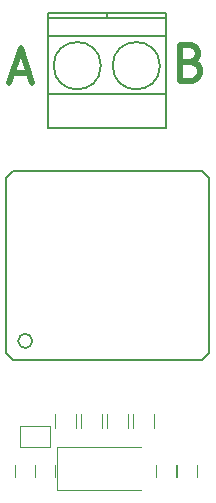
<source format=gto>
G04 #@! TF.FileFunction,Legend,Top*
%FSLAX46Y46*%
G04 Gerber Fmt 4.6, Leading zero omitted, Abs format (unit mm)*
G04 Created by KiCad (PCBNEW 4.0.6+dfsg1-1) date Thu Mar 15 12:50:15 2018*
%MOMM*%
%LPD*%
G01*
G04 APERTURE LIST*
%ADD10C,0.100000*%
%ADD11C,0.500000*%
%ADD12C,0.150000*%
%ADD13C,0.120000*%
%ADD14C,0.203200*%
G04 APERTURE END LIST*
D10*
D11*
X135464286Y-44785714D02*
X135892857Y-44928571D01*
X136035714Y-45071429D01*
X136178571Y-45357143D01*
X136178571Y-45785714D01*
X136035714Y-46071429D01*
X135892857Y-46214286D01*
X135607143Y-46357143D01*
X134464286Y-46357143D01*
X134464286Y-43357143D01*
X135464286Y-43357143D01*
X135750000Y-43500000D01*
X135892857Y-43642857D01*
X136035714Y-43928571D01*
X136035714Y-44214286D01*
X135892857Y-44500000D01*
X135750000Y-44642857D01*
X135464286Y-44785714D01*
X134464286Y-44785714D01*
X121714285Y-45750000D02*
X120285714Y-45750000D01*
X122000000Y-46607143D02*
X121000000Y-43607143D01*
X120000000Y-46607143D01*
D12*
X128300000Y-41100000D02*
X128300000Y-40600000D01*
X127800000Y-45100000D02*
G75*
G03X127800000Y-45100000I-2000000J0D01*
G01*
X132800000Y-45100000D02*
G75*
G03X132800000Y-45100000I-2000000J0D01*
G01*
X133300000Y-42600000D02*
X123300000Y-42600000D01*
X133300000Y-47500000D02*
X123300000Y-47500000D01*
X133300000Y-41100000D02*
X123300000Y-41100000D01*
X133300000Y-40600000D02*
X123300000Y-40600000D01*
X123300000Y-40600000D02*
X123300000Y-50400000D01*
X123300000Y-50400000D02*
X133300000Y-50400000D01*
X133300000Y-50400000D02*
X133300000Y-40600000D01*
D13*
X126120000Y-75800000D02*
X126120000Y-74600000D01*
X127880000Y-74600000D02*
X127880000Y-75800000D01*
X123920000Y-75800000D02*
X123920000Y-74600000D01*
X125680000Y-74600000D02*
X125680000Y-75800000D01*
X130520000Y-75800000D02*
X130520000Y-74600000D01*
X132280000Y-74600000D02*
X132280000Y-75800000D01*
X128320000Y-75800000D02*
X128320000Y-74600000D01*
X130080000Y-74600000D02*
X130080000Y-75800000D01*
D14*
X120400000Y-54000000D02*
X136400000Y-54000000D01*
X120400000Y-70000000D02*
X136400000Y-70000000D01*
X119800000Y-54600000D02*
X120400000Y-54000000D01*
X137000000Y-54600000D02*
X136400000Y-54000000D01*
X137000000Y-54600000D02*
X137000000Y-69400000D01*
X137000000Y-69400000D02*
X136400000Y-70000000D01*
X119800000Y-54600000D02*
X119800000Y-69400000D01*
X119800000Y-69400000D02*
X120400000Y-70000000D01*
X122000000Y-68400000D02*
G75*
G03X122000000Y-68400000I-600000J0D01*
G01*
D13*
X122250000Y-78900000D02*
X122250000Y-79900000D01*
X123950000Y-79900000D02*
X123950000Y-78900000D01*
X120550000Y-78900000D02*
X120550000Y-79900000D01*
X122250000Y-79900000D02*
X122250000Y-78900000D01*
X124100000Y-77350000D02*
X131200000Y-77350000D01*
X124100000Y-81050000D02*
X131200000Y-81050000D01*
X124100000Y-77350000D02*
X124100000Y-81050000D01*
X132450000Y-78900000D02*
X132450000Y-79900000D01*
X134150000Y-79900000D02*
X134150000Y-78900000D01*
X134250000Y-78900000D02*
X134250000Y-79900000D01*
X135950000Y-79900000D02*
X135950000Y-78900000D01*
X120930000Y-77390000D02*
X123470000Y-77390000D01*
X123470000Y-75610000D02*
X120930000Y-75610000D01*
X123470000Y-75610000D02*
X123470000Y-77390000D01*
X120930000Y-77390000D02*
X120930000Y-75610000D01*
M02*

</source>
